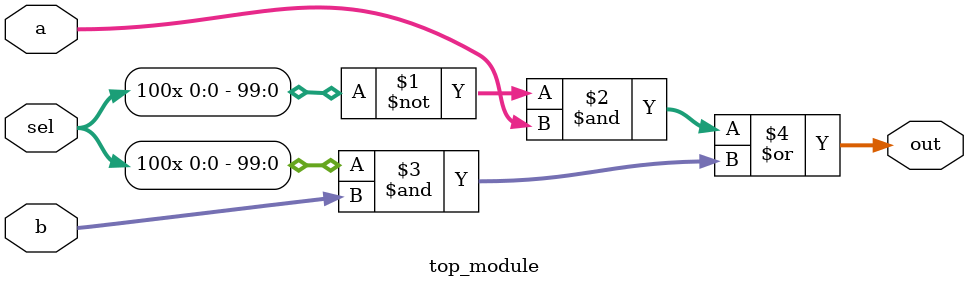
<source format=v>

module top_module(
    input [99:0] a, b,
    input sel,
    output [99:0] out );

    assign out = (~{100{sel}} & a) | ({100{sel}} & b);

    // assign out = sel ? b : a;
endmodule

</source>
